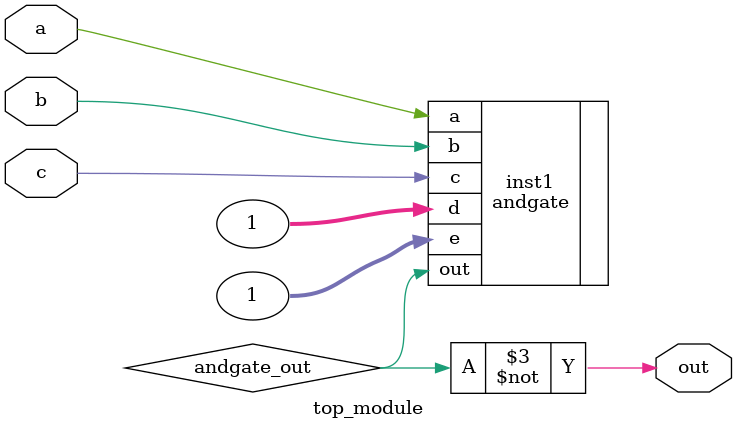
<source format=v>
module top_module (input a, input b, input c, output out);//

   wire andgate_out;

   andgate inst1 ( .a(a), .b(b), .c(c), .d(1), .e(1), .out(andgate_out) );

   assign out = ~andgate_out;

endmodule

</source>
